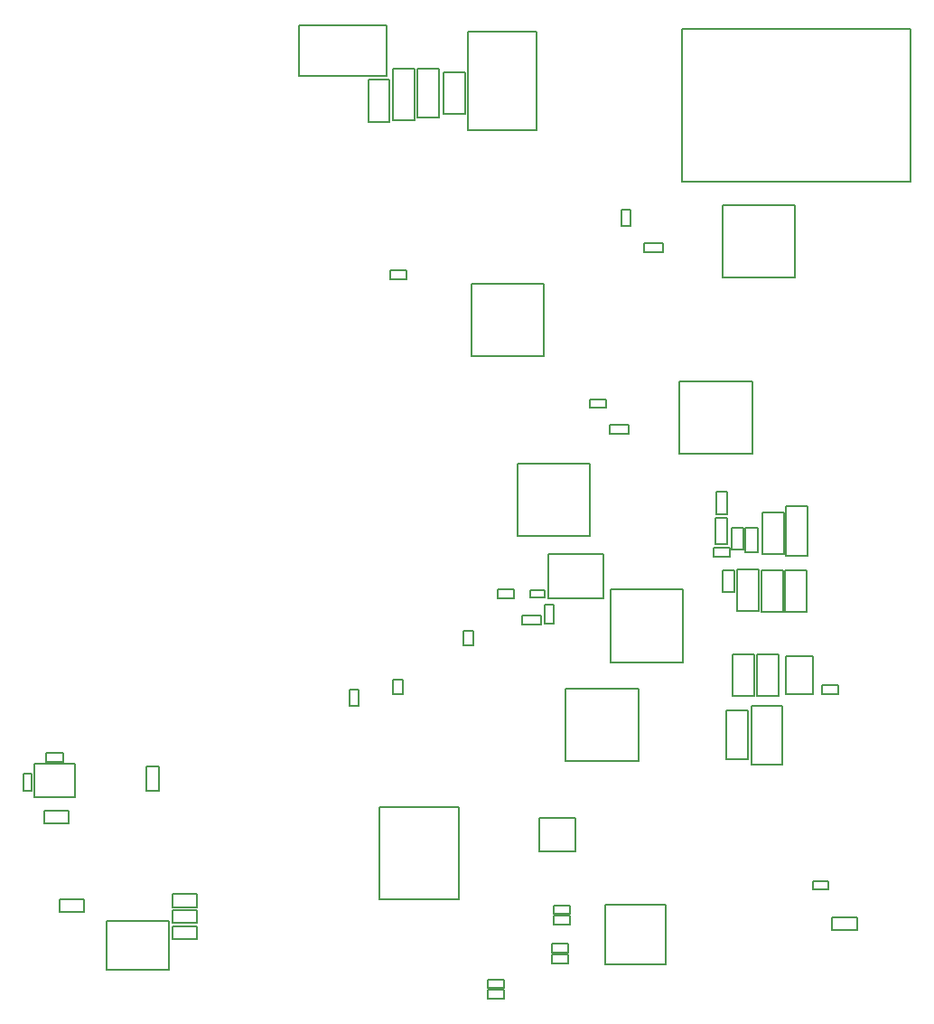
<source format=gbr>
G04*
G04 #@! TF.GenerationSoftware,Altium Limited,Altium Designer,24.2.2 (26)*
G04*
G04 Layer_Color=65535*
%FSLAX25Y25*%
%MOIN*%
G70*
G04*
G04 #@! TF.SameCoordinates,83FD6BF8-7FB9-4712-9294-79CC625926FD*
G04*
G04*
G04 #@! TF.FilePolarity,Positive*
G04*
G01*
G75*
%ADD12C,0.00787*%
D12*
X201568Y-298952D02*
X230899D01*
Y-332810D02*
Y-298952D01*
X201568Y-332810D02*
X230899D01*
X201568D02*
Y-298952D01*
X232601Y-239146D02*
Y-233831D01*
Y-239146D02*
X236341D01*
Y-233831D01*
X232601D02*
X236341D01*
X350163Y-283228D02*
Y-261550D01*
X338721Y-283228D02*
X350163D01*
X338721D02*
Y-261550D01*
X350163D01*
X342966Y-205729D02*
Y-190351D01*
X350840D01*
Y-205729D02*
Y-190351D01*
X342966Y-205729D02*
X350840D01*
X331596Y-203968D02*
X335818D01*
Y-195809D01*
X331596D02*
X335818D01*
X331596Y-203968D02*
Y-195809D01*
X330825Y-206467D02*
Y-203317D01*
X324872D02*
X330825D01*
X324872Y-206467D02*
Y-203317D01*
Y-206467D02*
X330825D01*
X333548Y-211302D02*
X341422D01*
X333548Y-226681D02*
Y-211302D01*
Y-226681D02*
X341422D01*
Y-211302D01*
X336548Y-204892D02*
X341272D01*
Y-195837D01*
X336548D02*
X341272D01*
X336548Y-204892D02*
Y-195837D01*
X331942Y-257861D02*
Y-242482D01*
X339816D01*
Y-257861D02*
Y-242482D01*
X331942Y-257861D02*
X339816D01*
X340997Y-257904D02*
Y-242526D01*
X348871D01*
Y-257904D02*
Y-242526D01*
X340997Y-257904D02*
X348871D01*
X351644Y-243325D02*
X361486D01*
Y-257105D02*
Y-243325D01*
X351644Y-257105D02*
X361486D01*
X351644D02*
Y-243325D01*
X364792Y-257122D02*
X370746D01*
X364792D02*
Y-253973D01*
X370746D01*
Y-257122D02*
Y-253973D01*
X351351Y-211418D02*
X359225D01*
X351351Y-226797D02*
Y-211418D01*
Y-226797D02*
X359225D01*
Y-211418D01*
X337405Y-281185D02*
Y-263075D01*
X329532Y-281185D02*
X337405D01*
X329532D02*
Y-263075D01*
X337405D01*
X332537Y-219704D02*
Y-211544D01*
X328315Y-219704D02*
X332537D01*
X328315D02*
Y-211544D01*
X332537D01*
X351644Y-206149D02*
Y-188038D01*
X359518D01*
Y-206149D02*
Y-188038D01*
X351644Y-206149D02*
X359518D01*
X325388Y-192172D02*
X329718D01*
X325388Y-202015D02*
Y-192172D01*
Y-202015D02*
X329718D01*
Y-192172D01*
X329960Y-190761D02*
Y-182601D01*
X325737Y-190761D02*
X329960D01*
X325737D02*
Y-182601D01*
X329960D01*
X342535Y-211418D02*
X350409D01*
X342535Y-226797D02*
Y-211418D01*
Y-226797D02*
X350409D01*
Y-211418D01*
X312365Y-168652D02*
Y-141865D01*
Y-168652D02*
X339153D01*
Y-141865D01*
X312365D02*
X339153D01*
X293476Y-161209D02*
Y-157774D01*
X286498D02*
X293476D01*
X286498Y-161209D02*
Y-157774D01*
Y-161209D02*
X293476D01*
X290936Y-84638D02*
X294086D01*
Y-78685D01*
X290936D02*
X294086D01*
X290936Y-84638D02*
Y-78685D01*
X306246Y-94321D02*
Y-90886D01*
X299267D02*
X306246D01*
X299267Y-94321D02*
Y-90886D01*
Y-94321D02*
X306246D01*
X211465Y-104198D02*
Y-101048D01*
X205512D02*
X211465D01*
X205512Y-104198D02*
Y-101048D01*
Y-104198D02*
X211465D01*
X279114Y-151613D02*
Y-148464D01*
Y-151613D02*
X285068D01*
Y-148464D01*
X279114D02*
X285068D01*
X263976Y-221850D02*
X284055D01*
Y-205709D01*
X263976D02*
X284055D01*
X263976Y-221850D02*
Y-205709D01*
X254291Y-231685D02*
Y-228250D01*
Y-231685D02*
X261269D01*
Y-228250D01*
X254291D02*
X261269D01*
X262511Y-224369D02*
X265946D01*
X262511Y-231347D02*
Y-224369D01*
Y-231347D02*
X265946D01*
Y-224369D01*
X262676Y-221593D02*
Y-218984D01*
X257311D02*
X262676D01*
X257311Y-221593D02*
Y-218984D01*
Y-221593D02*
X262676D01*
X210181Y-257369D02*
Y-252054D01*
X206441D02*
X210181D01*
X206441Y-257369D02*
Y-252054D01*
Y-257369D02*
X210181D01*
X190558Y-261414D02*
X193707D01*
Y-255460D01*
X190558D02*
X193707D01*
X190558Y-261414D02*
Y-255460D01*
X252406Y-199002D02*
Y-172215D01*
Y-199002D02*
X279193D01*
Y-172215D01*
X252406D02*
X279193D01*
X270278Y-281936D02*
Y-255148D01*
Y-281936D02*
X297065D01*
Y-255148D01*
X270278D02*
X297065D01*
X286904Y-245500D02*
Y-218713D01*
Y-245500D02*
X313692D01*
Y-218713D01*
X286904D02*
X313692D01*
X328188Y-103626D02*
Y-76838D01*
Y-103626D02*
X354975D01*
Y-76838D01*
X328188D02*
X354975D01*
X235444Y-132626D02*
Y-105839D01*
Y-132626D02*
X262232D01*
Y-105839D01*
X235444D02*
X262232D01*
X172011Y-29383D02*
Y-10486D01*
Y-29383D02*
X204334D01*
Y-10486D01*
X172011D02*
X204334D01*
X251297Y-221864D02*
Y-218714D01*
X245343D02*
X251297D01*
X245343Y-221864D02*
Y-218714D01*
Y-221864D02*
X251297D01*
X125145Y-342997D02*
X134224D01*
Y-347722D02*
Y-342997D01*
X125145Y-347722D02*
X134224D01*
X125145D02*
Y-342997D01*
X125145Y-336945D02*
X134224D01*
Y-341669D02*
Y-336945D01*
X125145Y-341669D02*
X134224D01*
X125145D02*
Y-336945D01*
X125145Y-331032D02*
X134224D01*
Y-335756D02*
Y-331032D01*
X125145Y-335756D02*
X134224D01*
X125145D02*
Y-331032D01*
X74212Y-282998D02*
X89173D01*
Y-295203D02*
Y-282998D01*
X74212Y-295203D02*
X89173D01*
X74212D02*
Y-282998D01*
X73287Y-292862D02*
Y-286563D01*
X70138Y-292862D02*
X73287D01*
X70138D02*
Y-286563D01*
X73287D01*
X78587Y-278932D02*
X84886D01*
Y-282082D02*
Y-278932D01*
X78587Y-282082D02*
X84886D01*
X78587D02*
Y-278932D01*
X115491Y-292992D02*
Y-283912D01*
X120215D01*
Y-292992D02*
Y-283912D01*
X115491Y-292992D02*
X120215D01*
X100840Y-358745D02*
Y-340974D01*
Y-358745D02*
X123828D01*
Y-340974D01*
X100840D02*
X123828D01*
X83522Y-337540D02*
X92602D01*
X83522D02*
Y-332815D01*
X92602D01*
Y-337540D02*
Y-332815D01*
X77748Y-304870D02*
X86828D01*
X77748D02*
Y-300145D01*
X86828D01*
Y-304870D02*
Y-300145D01*
X368504Y-344153D02*
Y-339429D01*
Y-344153D02*
X377953D01*
Y-339429D01*
X368504D02*
X377953D01*
X367161Y-329146D02*
Y-326193D01*
X361649D02*
X367161D01*
X361649Y-329146D02*
Y-326193D01*
Y-329146D02*
X367161D01*
X260628Y-302958D02*
X273899D01*
Y-315163D02*
Y-302958D01*
X260628Y-315163D02*
X273899D01*
X260628D02*
Y-302958D01*
X313293Y-11763D02*
X397643D01*
X313293Y-68259D02*
Y-11763D01*
Y-68259D02*
X397643D01*
Y-11763D01*
X241696Y-366355D02*
X247650D01*
Y-369505D02*
Y-366355D01*
X241696Y-369505D02*
X247650D01*
X241696D02*
Y-366355D01*
Y-362464D02*
X247650D01*
Y-365614D02*
Y-362464D01*
X241696Y-365614D02*
X247650D01*
X241696D02*
Y-362464D01*
X285024Y-357041D02*
Y-334994D01*
Y-357041D02*
X307071D01*
Y-334994D01*
X285024D02*
X307071D01*
X271911Y-338301D02*
Y-335152D01*
X265957D02*
X271911D01*
X265957Y-338301D02*
Y-335152D01*
Y-338301D02*
X271911D01*
Y-342123D02*
Y-338973D01*
X265957D02*
X271911D01*
X265957Y-342123D02*
Y-338973D01*
Y-342123D02*
X271911D01*
X271139Y-352514D02*
Y-349364D01*
X265186D02*
X271139D01*
X265186Y-352514D02*
Y-349364D01*
Y-352514D02*
X271139D01*
Y-356491D02*
Y-353341D01*
X265186D02*
X271139D01*
X265186Y-356491D02*
Y-353341D01*
Y-356491D02*
X271139D01*
X214497Y-45580D02*
Y-26485D01*
X206623Y-45580D02*
X214497D01*
X206623D02*
Y-26485D01*
X214497D01*
X215582Y-26583D02*
X223456D01*
X215582Y-44694D02*
Y-26583D01*
Y-44694D02*
X223456D01*
Y-26583D01*
X197447Y-30691D02*
X205321D01*
X197447Y-46070D02*
Y-30691D01*
Y-46070D02*
X205321D01*
Y-30691D01*
X234201Y-12998D02*
X259476D01*
X234201Y-49218D02*
Y-12998D01*
Y-49218D02*
X259476D01*
Y-12998D01*
X225271Y-27949D02*
X233145D01*
X225271Y-43328D02*
Y-27949D01*
Y-43328D02*
X233145D01*
Y-27949D01*
M02*

</source>
